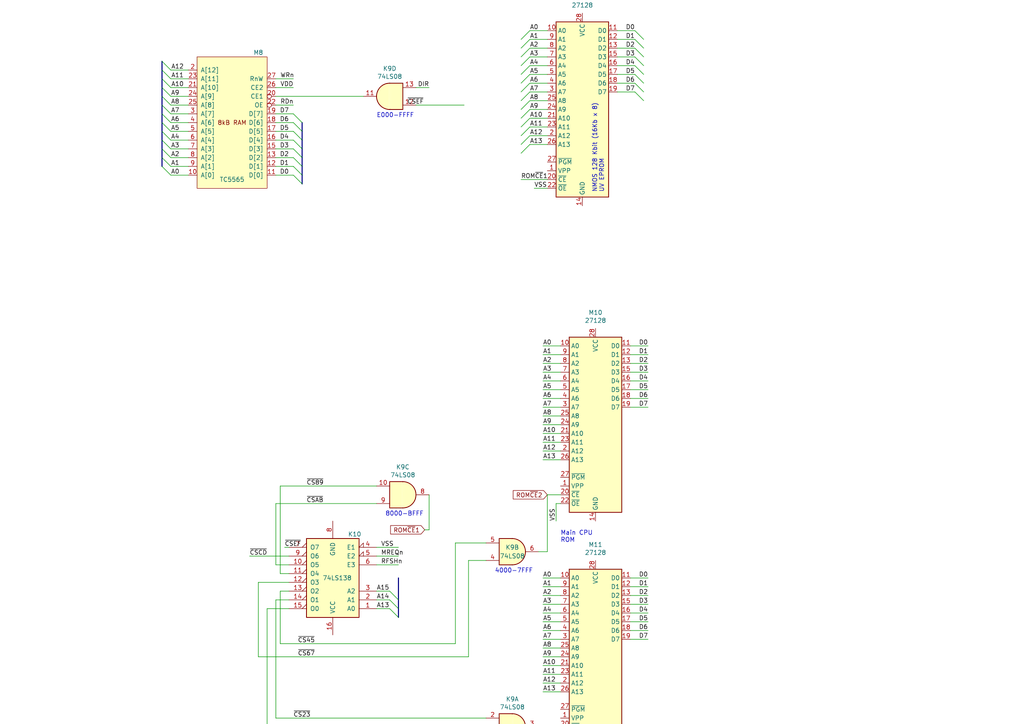
<source format=kicad_sch>
(kicad_sch (version 20211123) (generator eeschema)
  (paper "A4")
  (lib_symbols
    (symbol "74LS08_2" (pin_names (offset 1.016))
      (property "Reference" "U" (at 0 1.27 0))
      (property "Value" "74LS08_2" (at 0 -1.27 0))
      (symbol "74LS08_2_1_1"
        (arc (start 0 -3.81) (mid 3.81 0) (end 0 3.81) (stroke (width 0.254)) (fill (type background)))
        (polyline (pts (xy 0 3.81) (xy -3.81 3.81) (xy -3.81 -3.81) (xy 0 -3.81)) (stroke (width 0.254)) (fill (type background)))
        (pin input line (at -7.62 2.54 0) (length 3.81) (name "~") (number "1"))
        (pin input line (at -7.62 -2.54 0) (length 3.81) (name "~") (number "2"))
        (pin output line (at 7.62 0 180) (length 3.81) (name "~") (number "3"))
      )
      (symbol "74LS08_2_1_2"
        (arc (start -3.81 -3.81) (mid -2.589 0) (end -3.81 3.81) (stroke (width 0.254)))
        (arc (start -0.6096 -3.81) (mid 2.1842 -2.5851) (end 3.81 0) (stroke (width 0.254)) (fill (type background)))
        (polyline (pts (xy -3.81 -3.81) (xy -0.635 -3.81)) (stroke (width 0.254)) (fill (type background)))
        (polyline (pts (xy -3.81 3.81) (xy -0.635 3.81)) (stroke (width 0.254)) (fill (type background)))
        (polyline (pts (xy -0.635 3.81) (xy -3.81 3.81) (xy -3.81 3.81) (xy -3.556 3.4036) (xy -3.0226 2.2606) (xy -2.6924 1.0414) (xy -2.6162 -0.254) (xy -2.7686 -1.4986) (xy -3.175 -2.7178) (xy -3.81 -3.81) (xy -3.81 -3.81) (xy -0.635 -3.81)) (stroke (width -25.4)) (fill (type background)))
        (arc (start 3.81 0) (mid 2.1915 2.5936) (end -0.6096 3.81) (stroke (width 0.254)) (fill (type background)))
        (pin input inverted (at -7.62 2.54 0) (length 4.318) (name "~") (number "1"))
        (pin input inverted (at -7.62 -2.54 0) (length 4.318) (name "~") (number "2"))
        (pin output inverted (at 7.62 0 180) (length 3.81) (name "~") (number "3"))
      )
      (symbol "74LS08_2_2_1"
        (arc (start 0 -3.81) (mid 3.81 0) (end 0 3.81) (stroke (width 0.254)) (fill (type background)))
        (polyline (pts (xy 0 3.81) (xy -3.81 3.81) (xy -3.81 -3.81) (xy 0 -3.81)) (stroke (width 0.254)) (fill (type background)))
        (pin input line (at -7.62 2.54 0) (length 3.81) (name "~") (number "4"))
        (pin input line (at -7.62 -2.54 0) (length 3.81) (name "~") (number "5"))
        (pin output line (at 7.62 0 180) (length 3.81) (name "~") (number "6"))
      )
      (symbol "74LS08_2_2_2"
        (arc (start -3.81 -3.81) (mid -2.589 0) (end -3.81 3.81) (stroke (width 0.254)))
        (arc (start -0.6096 -3.81) (mid 2.1842 -2.5851) (end 3.81 0) (stroke (width 0.254)) (fill (type background)))
        (polyline (pts (xy -3.81 -3.81) (xy -0.635 -3.81)) (stroke (width 0.254)) (fill (type background)))
        (polyline (pts (xy -3.81 3.81) (xy -0.635 3.81)) (stroke (width 0.254)) (fill (type background)))
        (polyline (pts (xy -0.635 3.81) (xy -3.81 3.81) (xy -3.81 3.81) (xy -3.556 3.4036) (xy -3.0226 2.2606) (xy -2.6924 1.0414) (xy -2.6162 -0.254) (xy -2.7686 -1.4986) (xy -3.175 -2.7178) (xy -3.81 -3.81) (xy -3.81 -3.81) (xy -0.635 -3.81)) (stroke (width -25.4)) (fill (type background)))
        (arc (start 3.81 0) (mid 2.1915 2.5936) (end -0.6096 3.81) (stroke (width 0.254)) (fill (type background)))
        (pin input inverted (at -7.62 2.54 0) (length 4.318) (name "~") (number "4"))
        (pin input inverted (at -7.62 -2.54 0) (length 4.318) (name "~") (number "5"))
        (pin output inverted (at 7.62 0 180) (length 3.81) (name "~") (number "6"))
      )
      (symbol "74LS08_2_3_1"
        (arc (start 0 -3.81) (mid 3.81 0) (end 0 3.81) (stroke (width 0.254)) (fill (type background)))
        (polyline (pts (xy 0 3.81) (xy -3.81 3.81) (xy -3.81 -3.81) (xy 0 -3.81)) (stroke (width 0.254)) (fill (type background)))
        (pin input line (at -7.62 -2.54 0) (length 3.81) (name "~") (number "10"))
        (pin output line (at 7.62 0 180) (length 3.81) (name "~") (number "8"))
        (pin input line (at -7.62 2.54 0) (length 3.81) (name "~") (number "9"))
      )
      (symbol "74LS08_2_3_2"
        (arc (start -3.81 -3.81) (mid -2.589 0) (end -3.81 3.81) (stroke (width 0.254)))
        (arc (start -0.6096 -3.81) (mid 2.1842 -2.5851) (end 3.81 0) (stroke (width 0.254)) (fill (type background)))
        (polyline (pts (xy -3.81 -3.81) (xy -0.635 -3.81)) (stroke (width 0.254)) (fill (type background)))
        (polyline (pts (xy -3.81 3.81) (xy -0.635 3.81)) (stroke (width 0.254)) (fill (type background)))
        (polyline (pts (xy -0.635 3.81) (xy -3.81 3.81) (xy -3.81 3.81) (xy -3.556 3.4036) (xy -3.0226 2.2606) (xy -2.6924 1.0414) (xy -2.6162 -0.254) (xy -2.7686 -1.4986) (xy -3.175 -2.7178) (xy -3.81 -3.81) (xy -3.81 -3.81) (xy -0.635 -3.81)) (stroke (width -25.4)) (fill (type background)))
        (arc (start 3.81 0) (mid 2.1915 2.5936) (end -0.6096 3.81) (stroke (width 0.254)) (fill (type background)))
        (pin input inverted (at -7.62 -2.54 0) (length 4.318) (name "~") (number "10"))
        (pin output inverted (at 7.62 0 180) (length 3.81) (name "~") (number "8"))
        (pin input inverted (at -7.62 2.54 0) (length 4.318) (name "~") (number "9"))
      )
      (symbol "74LS08_2_4_1"
        (arc (start 0 -3.81) (mid 3.81 0) (end 0 3.81) (stroke (width 0.254)) (fill (type background)))
        (polyline (pts (xy 0 3.81) (xy -3.81 3.81) (xy -3.81 -3.81) (xy 0 -3.81)) (stroke (width 0.254)) (fill (type background)))
        (pin output line (at 7.62 0 180) (length 3.81) (name "~") (number "11"))
        (pin input line (at -7.62 2.54 0) (length 3.81) (name "~") (number "12"))
        (pin input line (at -7.62 -2.54 0) (length 3.81) (name "~") (number "13"))
      )
      (symbol "74LS08_2_4_2"
        (arc (start -3.81 -3.81) (mid -2.589 0) (end -3.81 3.81) (stroke (width 0.254)))
        (arc (start -0.6096 -3.81) (mid 2.1842 -2.5851) (end 3.81 0) (stroke (width 0.254)) (fill (type background)))
        (polyline (pts (xy -3.81 -3.81) (xy -0.635 -3.81)) (stroke (width 0.254)) (fill (type background)))
        (polyline (pts (xy -3.81 3.81) (xy -0.635 3.81)) (stroke (width 0.254)) (fill (type background)))
        (polyline (pts (xy -0.635 3.81) (xy -3.81 3.81) (xy -3.81 3.81) (xy -3.556 3.4036) (xy -3.0226 2.2606) (xy -2.6924 1.0414) (xy -2.6162 -0.254) (xy -2.7686 -1.4986) (xy -3.175 -2.7178) (xy -3.81 -3.81) (xy -3.81 -3.81) (xy -0.635 -3.81)) (stroke (width -25.4)) (fill (type background)))
        (arc (start 3.81 0) (mid 2.1915 2.5936) (end -0.6096 3.81) (stroke (width 0.254)) (fill (type background)))
        (pin output inverted (at 7.62 0 180) (length 3.81) (name "~") (number "11"))
        (pin input inverted (at -7.62 2.54 0) (length 4.318) (name "~") (number "12"))
        (pin input inverted (at -7.62 -2.54 0) (length 4.318) (name "~") (number "13"))
      )
      (symbol "74LS08_2_5_0"
        (pin power_in line (at 0 12.7 270) (length 5.08) (name "VCC") (number "14"))
        (pin power_in line (at 0 -12.7 90) (length 5.08) (name "GND") (number "7"))
      )
      (symbol "74LS08_2_5_1"
        (rectangle (start -5.08 7.62) (end 5.08 -7.62) (stroke (width 0.254)) (fill (type background)))
      )
    )
    (symbol "74LS08_3" (pin_names (offset 1.016))
      (property "Reference" "U" (at 0 1.27 0))
      (property "Value" "74LS08_3" (at 0 -1.27 0))
      (symbol "74LS08_3_1_1"
        (arc (start 0 -3.81) (mid 3.81 0) (end 0 3.81) (stroke (width 0.254)) (fill (type background)))
        (polyline (pts (xy 0 3.81) (xy -3.81 3.81) (xy -3.81 -3.81) (xy 0 -3.81)) (stroke (width 0.254)) (fill (type background)))
        (pin input line (at -7.62 2.54 0) (length 3.81) (name "~") (number "1"))
        (pin input line (at -7.62 -2.54 0) (length 3.81) (name "~") (number "2"))
        (pin output line (at 7.62 0 180) (length 3.81) (name "~") (number "3"))
      )
      (symbol "74LS08_3_1_2"
        (arc (start -3.81 -3.81) (mid -2.589 0) (end -3.81 3.81) (stroke (width 0.254)))
        (arc (start -0.6096 -3.81) (mid 2.1842 -2.5851) (end 3.81 0) (stroke (width 0.254)) (fill (type background)))
        (polyline (pts (xy -3.81 -3.81) (xy -0.635 -3.81)) (stroke (width 0.254)) (fill (type background)))
        (polyline (pts (xy -3.81 3.81) (xy -0.635 3.81)) (stroke (width 0.254)) (fill (type background)))
        (polyline (pts (xy -0.635 3.81) (xy -3.81 3.81) (xy -3.81 3.81) (xy -3.556 3.4036) (xy -3.0226 2.2606) (xy -2.6924 1.0414) (xy -2.6162 -0.254) (xy -2.7686 -1.4986) (xy -3.175 -2.7178) (xy -3.81 -3.81) (xy -3.81 -3.81) (xy -0.635 -3.81)) (stroke (width -25.4)) (fill (type background)))
        (arc (start 3.81 0) (mid 2.1915 2.5936) (end -0.6096 3.81) (stroke (width 0.254)) (fill (type background)))
        (pin input inverted (at -7.62 2.54 0) (length 4.318) (name "~") (number "1"))
        (pin input inverted (at -7.62 -2.54 0) (length 4.318) (name "~") (number "2"))
        (pin output inverted (at 7.62 0 180) (length 3.81) (name "~") (number "3"))
      )
      (symbol "74LS08_3_2_1"
        (arc (start 0 -3.81) (mid 3.81 0) (end 0 3.81) (stroke (width 0.254)) (fill (type background)))
        (polyline (pts (xy 0 3.81) (xy -3.81 3.81) (xy -3.81 -3.81) (xy 0 -3.81)) (stroke (width 0.254)) (fill (type background)))
        (pin input line (at -7.62 2.54 0) (length 3.81) (name "~") (number "4"))
        (pin input line (at -7.62 -2.54 0) (length 3.81) (name "~") (number "5"))
        (pin output line (at 7.62 0 180) (length 3.81) (name "~") (number "6"))
      )
      (symbol "74LS08_3_2_2"
        (arc (start -3.81 -3.81) (mid -2.589 0) (end -3.81 3.81) (stroke (width 0.254)))
        (arc (start -0.6096 -3.81) (mid 2.1842 -2.5851) (end 3.81 0) (stroke (width 0.254)) (fill (type background)))
        (polyline (pts (xy -3.81 -3.81) (xy -0.635 -3.81)) (stroke (width 0.254)) (fill (type background)))
        (polyline (pts (xy -3.81 3.81) (xy -0.635 3.81)) (stroke (width 0.254)) (fill (type background)))
        (polyline (pts (xy -0.635 3.81) (xy -3.81 3.81) (xy -3.81 3.81) (xy -3.556 3.4036) (xy -3.0226 2.2606) (xy -2.6924 1.0414) (xy -2.6162 -0.254) (xy -2.7686 -1.4986) (xy -3.175 -2.7178) (xy -3.81 -3.81) (xy -3.81 -3.81) (xy -0.635 -3.81)) (stroke (width -25.4)) (fill (type background)))
        (arc (start 3.81 0) (mid 2.1915 2.5936) (end -0.6096 3.81) (stroke (width 0.254)) (fill (type background)))
        (pin input inverted (at -7.62 2.54 0) (length 4.318) (name "~") (number "4"))
        (pin input inverted (at -7.62 -2.54 0) (length 4.318) (name "~") (number "5"))
        (pin output inverted (at 7.62 0 180) (length 3.81) (name "~") (number "6"))
      )
      (symbol "74LS08_3_3_1"
        (arc (start 0 -3.81) (mid 3.81 0) (end 0 3.81) (stroke (width 0.254)) (fill (type background)))
        (polyline (pts (xy 0 3.81) (xy -3.81 3.81) (xy -3.81 -3.81) (xy 0 -3.81)) (stroke (width 0.254)) (fill (type background)))
        (pin input line (at -7.62 -2.54 0) (length 3.81) (name "~") (number "10"))
        (pin output line (at 7.62 0 180) (length 3.81) (name "~") (number "8"))
        (pin input line (at -7.62 2.54 0) (length 3.81) (name "~") (number "9"))
      )
      (symbol "74LS08_3_3_2"
        (arc (start -3.81 -3.81) (mid -2.589 0) (end -3.81 3.81) (stroke (width 0.254)))
        (arc (start -0.6096 -3.81) (mid 2.1842 -2.5851) (end 3.81 0) (stroke (width 0.254)) (fill (type background)))
        (polyline (pts (xy -3.81 -3.81) (xy -0.635 -3.81)) (stroke (width 0.254)) (fill (type background)))
        (polyline (pts (xy -3.81 3.81) (xy -0.635 3.81)) (stroke (width 0.254)) (fill (type background)))
        (polyline (pts (xy -0.635 3.81) (xy -3.81 3.81) (xy -3.81 3.81) (xy -3.556 3.4036) (xy -3.0226 2.2606) (xy -2.6924 1.0414) (xy -2.6162 -0.254) (xy -2.7686 -1.4986) (xy -3.175 -2.7178) (xy -3.81 -3.81) (xy -3.81 -3.81) (xy -0.635 -3.81)) (stroke (width -25.4)) (fill (type background)))
        (arc (start 3.81 0) (mid 2.1915 2.5936) (end -0.6096 3.81) (stroke (width 0.254)) (fill (type background)))
        (pin input inverted (at -7.62 -2.54 0) (length 4.318) (name "~") (number "10"))
        (pin output inverted (at 7.62 0 180) (length 3.81) (name "~") (number "8"))
        (pin input inverted (at -7.62 2.54 0) (length 4.318) (name "~") (number "9"))
      )
      (symbol "74LS08_3_4_1"
        (arc (start 0 -3.81) (mid 3.81 0) (end 0 3.81) (stroke (width 0.254)) (fill (type background)))
        (polyline (pts (xy 0 3.81) (xy -3.81 3.81) (xy -3.81 -3.81) (xy 0 -3.81)) (stroke (width 0.254)) (fill (type background)))
        (pin output line (at 7.62 0 180) (length 3.81) (name "~") (number "11"))
        (pin input line (at -7.62 2.54 0) (length 3.81) (name "~") (number "12"))
        (pin input line (at -7.62 -2.54 0) (length 3.81) (name "~") (number "13"))
      )
      (symbol "74LS08_3_4_2"
        (arc (start -3.81 -3.81) (mid -2.589 0) (end -3.81 3.81) (stroke (width 0.254)))
        (arc (start -0.6096 -3.81) (mid 2.1842 -2.5851) (end 3.81 0) (stroke (width 0.254)) (fill (type background)))
        (polyline (pts (xy -3.81 -3.81) (xy -0.635 -3.81)) (stroke (width 0.254)) (fill (type background)))
        (polyline (pts (xy -3.81 3.81) (xy -0.635 3.81)) (stroke (width 0.254)) (fill (type background)))
        (polyline (pts (xy -0.635 3.81) (xy -3.81 3.81) (xy -3.81 3.81) (xy -3.556 3.4036) (xy -3.0226 2.2606) (xy -2.6924 1.0414) (xy -2.6162 -0.254) (xy -2.7686 -1.4986) (xy -3.175 -2.7178) (xy -3.81 -3.81) (xy -3.81 -3.81) (xy -0.635 -3.81)) (stroke (width -25.4)) (fill (type background)))
        (arc (start 3.81 0) (mid 2.1915 2.5936) (end -0.6096 3.81) (stroke (width 0.254)) (fill (type background)))
        (pin output inverted (at 7.62 0 180) (length 3.81) (name "~") (number "11"))
        (pin input inverted (at -7.62 2.54 0) (length 4.318) (name "~") (number "12"))
        (pin input inverted (at -7.62 -2.54 0) (length 4.318) (name "~") (number "13"))
      )
      (symbol "74LS08_3_5_0"
        (pin power_in line (at 0 12.7 270) (length 5.08) (name "VCC") (number "14"))
        (pin power_in line (at 0 -12.7 90) (length 5.08) (name "GND") (number "7"))
      )
      (symbol "74LS08_3_5_1"
        (rectangle (start -5.08 7.62) (end 5.08 -7.62) (stroke (width 0.254)) (fill (type background)))
      )
    )
    (symbol "74LS08_4" (pin_names (offset 1.016))
      (property "Reference" "U" (at 0 1.27 0))
      (property "Value" "74LS08_4" (at 0 -1.27 0))
      (symbol "74LS08_4_1_1"
        (arc (start 0 -3.81) (mid 3.81 0) (end 0 3.81) (stroke (width 0.254)) (fill (type background)))
        (polyline (pts (xy 0 3.81) (xy -3.81 3.81) (xy -3.81 -3.81) (xy 0 -3.81)) (stroke (width 0.254)) (fill (type background)))
        (pin input line (at -7.62 2.54 0) (length 3.81) (name "~") (number "1"))
        (pin input line (at -7.62 -2.54 0) (length 3.81) (name "~") (number "2"))
        (pin output line (at 7.62 0 180) (length 3.81) (name "~") (number "3"))
      )
      (symbol "74LS08_4_1_2"
        (arc (start -3.81 -3.81) (mid -2.589 0) (end -3.81 3.81) (stroke (width 0.254)))
        (arc (start -0.6096 -3.81) (mid 2.1842 -2.5851) (end 3.81 0) (stroke (width 0.254)) (fill (type background)))
        (polyline (pts (xy -3.81 -3.81) (xy -0.635 -3.81)) (stroke (width 0.254)) (fill (type background)))
        (polyline (pts (xy -3.81 3.81) (xy -0.635 3.81)) (stroke (width 0.254)) (fill (type background)))
        (polyline (pts (xy -0.635 3.81) (xy -3.81 3.81) (xy -3.81 3.81) (xy -3.556 3.4036) (xy -3.0226 2.2606) (xy -2.6924 1.0414) (xy -2.6162 -0.254) (xy -2.7686 -1.4986) (xy -3.175 -2.7178) (xy -3.81 -3.81) (xy -3.81 -3.81) (xy -0.635 -3.81)) (stroke (width -25.4)) (fill (type background)))
        (arc (start 3.81 0) (mid 2.1915 2.5936) (end -0.6096 3.81) (stroke (width 0.254)) (fill (type background)))
        (pin input inverted (at -7.62 2.54 0) (length 4.318) (name "~") (number "1"))
        (pin input inverted (at -7.62 -2.54 0) (length 4.318) (name "~") (number "2"))
        (pin output inverted (at 7.62 0 180) (length 3.81) (name "~") (number "3"))
      )
      (symbol "74LS08_4_2_1"
        (arc (start 0 -3.81) (mid 3.81 0) (end 0 3.81) (stroke (width 0.254)) (fill (type background)))
        (polyline (pts (xy 0 3.81) (xy -3.81 3.81) (xy -3.81 -3.81) (xy 0 -3.81)) (stroke (width 0.254)) (fill (type background)))
        (pin input line (at -7.62 2.54 0) (length 3.81) (name "~") (number "4"))
        (pin input line (at -7.62 -2.54 0) (length 3.81) (name "~") (number "5"))
        (pin output line (at 7.62 0 180) (length 3.81) (name "~") (number "6"))
      )
      (symbol "74LS08_4_2_2"
        (arc (start -3.81 -3.81) (mid -2.589 0) (end -3.81 3.81) (stroke (width 0.254)))
        (arc (start -0.6096 -3.81) (mid 2.1842 -2.5851) (end 3.81 0) (stroke (width 0.254)) (fill (type background)))
        (polyline (pts (xy -3.81 -3.81) (xy -0.635 -3.81)) (stroke (width 0.254)) (fill (type background)))
        (polyline (pts (xy -3.81 3.81) (xy -0.635 3.81)) (stroke (width 0.254)) (fill (type background)))
        (polyline (pts (xy -0.635 3.81) (xy -3.81 3.81) (xy -3.81 3.81) (xy -3.556 3.4036) (xy -3.0226 2.2606) (xy -2.6924 1.0414) (xy -2.6162 -0.254) (xy -2.7686 -1.4986) (xy -3.175 -2.7178) (xy -3.81 -3.81) (xy -3.81 -3.81) (xy -0.635 -3.81)) (stroke (width -25.4)) (fill (type background)))
        (arc (start 3.81 0) (mid 2.1915 2.5936) (end -0.6096 3.81) (stroke (width 0.254)) (fill (type background)))
        (pin input inverted (at -7.62 2.54 0) (length 4.318) (name "~") (number "4"))
        (pin input inverted (at -7.62 -2.54 0) (length 4.318) (name "~") (number "5"))
        (pin output inverted (at 7.62 0 180) (length 3.81) (name "~") (number "6"))
      )
      (symbol "74LS08_4_3_1"
        (arc (start 0 -3.81) (mid 3.81 0) (end 0 3.81) (stroke (width 0.254)) (fill (type background)))
        (polyline (pts (xy 0 3.81) (xy -3.81 3.81) (xy -3.81 -3.81) (xy 0 -3.81)) (stroke (width 0.254)) (fill (type background)))
        (pin input line (at -7.62 -2.54 0) (length 3.81) (name "~") (number "10"))
        (pin output line (at 7.62 0 180) (length 3.81) (name "~") (number "8"))
        (pin input line (at -7.62 2.54 0) (length 3.81) (name "~") (number "9"))
      )
      (symbol "74LS08_4_3_2"
        (arc (start -3.81 -3.81) (mid -2.589 0) (end -3.81 3.81) (stroke (width 0.254)))
        (arc (start -0.6096 -3.81) (mid 2.1842 -2.5851) (end 3.81 0) (stroke (width 0.254)) (fill (type background)))
        (polyline (pts (xy -3.81 -3.81) (xy -0.635 -3.81)) (stroke (width 0.254)) (fill (type background)))
        (polyline (pts (xy -3.81 3.81) (xy -0.635 3.81)) (stroke (width 0.254)) (fill (type background)))
        (polyline (pts (xy -0.635 3.81) (xy -3.81 3.81) (xy -3.81 3.81) (xy -3.556 3.4036) (xy -3.0226 2.2606) (xy -2.6924 1.0414) (xy -2.6162 -0.254) (xy -2.7686 -1.4986) (xy -3.175 -2.7178) (xy -3.81 -3.81) (xy -3.81 -3.81) (xy -0.635 -3.81)) (stroke (width -25.4)) (fill (type background)))
        (arc (start 3.81 0) (mid 2.1915 2.5936) (end -0.6096 3.81) (stroke (width 0.254)) (fill (type background)))
        (pin input inverted (at -7.62 -2.54 0) (length 4.318) (name "~") (number "10"))
        (pin output inverted (at 7.62 0 180) (length 3.81) (name "~") (number "8"))
        (pin input inverted (at -7.62 2.54 0) (length 4.318) (name "~") (number "9"))
      )
      (symbol "74LS08_4_4_1"
        (arc (start 0 -3.81) (mid 3.81 0) (end 0 3.81) (stroke (width 0.254)) (fill (type background)))
        (polyline (pts (xy 0 3.81) (xy -3.81 3.81) (xy -3.81 -3.81) (xy 0 -3.81)) (stroke (width 0.254)) (fill (type background)))
        (pin output line (at 7.62 0 180) (length 3.81) (name "~") (number "11"))
        (pin input line (at -7.62 2.54 0) (length 3.81) (name "~") (number "12"))
        (pin input line (at -7.62 -2.54 0) (length 3.81) (name "~") (number "13"))
      )
      (symbol "74LS08_4_4_2"
        (arc (start -3.81 -3.81) (mid -2.589 0) (end -3.81 3.81) (stroke (width 0.254)))
        (arc (start -0.6096 -3.81) (mid 2.1842 -2.5851) (end 3.81 0) (stroke (width 0.254)) (fill (type background)))
        (polyline (pts (xy -3.81 -3.81) (xy -0.635 -3.81)) (stroke (width 0.254)) (fill (type background)))
        (polyline (pts (xy -3.81 3.81) (xy -0.635 3.81)) (stroke (width 0.254)) (fill (type background)))
        (polyline (pts (xy -0.635 3.81) (xy -3.81 3.81) (xy -3.81 3.81) (xy -3.556 3.4036) (xy -3.0226 2.2606) (xy -2.6924 1.0414) (xy -2.6162 -0.254) (xy -2.7686 -1.4986) (xy -3.175 -2.7178) (xy -3.81 -3.81) (xy -3.81 -3.81) (xy -0.635 -3.81)) (stroke (width -25.4)) (fill (type background)))
        (arc (start 3.81 0) (mid 2.1915 2.5936) (end -0.6096 3.81) (stroke (width 0.254)) (fill (type background)))
        (pin output inverted (at 7.62 0 180) (length 3.81) (name "~") (number "11"))
        (pin input inverted (at -7.62 2.54 0) (length 4.318) (name "~") (number "12"))
        (pin input inverted (at -7.62 -2.54 0) (length 4.318) (name "~") (number "13"))
      )
      (symbol "74LS08_4_5_0"
        (pin power_in line (at 0 12.7 270) (length 5.08) (name "VCC") (number "14"))
        (pin power_in line (at 0 -12.7 90) (length 5.08) (name "GND") (number "7"))
      )
      (symbol "74LS08_4_5_1"
        (rectangle (start -5.08 7.62) (end 5.08 -7.62) (stroke (width 0.254)) (fill (type background)))
      )
    )
    (symbol "74xx:74LS08" (pin_names (offset 1.016))
      (property "Reference" "U" (at 0 1.27 0))
      (property "Value" "74LS08" (at 0 -1.27 0))
      (symbol "74LS08_1_1"
        (arc (start 0 -3.81) (mid 3.81 0) (end 0 3.81) (stroke (width 0.254)) (fill (type background)))
        (polyline (pts (xy 0 3.81) (xy -3.81 3.81) (xy -3.81 -3.81) (xy 0 -3.81)) (stroke (width 0.254)) (fill (type background)))
        (pin input line (at -7.62 2.54 0) (length 3.81) (name "~") (number "1"))
        (pin input line (at -7.62 -2.54 0) (length 3.81) (name "~") (number "2"))
        (pin output line (at 7.62 0 180) (length 3.81) (name "~") (number "3"))
      )
      (symbol "74LS08_1_2"
        (arc (start -3.81 -3.81) (mid -2.589 0) (end -3.81 3.81) (stroke (width 0.254)))
        (arc (start -0.6096 -3.81) (mid 2.1842 -2.5851) (end 3.81 0) (stroke (width 0.254)) (fill (type background)))
        (polyline (pts (xy -3.81 -3.81) (xy -0.635 -3.81)) (stroke (width 0.254)) (fill (type background)))
        (polyline (pts (xy -3.81 3.81) (xy -0.635 3.81)) (stroke (width 0.254)) (fill (type background)))
        (polyline (pts (xy -0.635 3.81) (xy -3.81 3.81) (xy -3.81 3.81) (xy -3.556 3.4036) (xy -3.0226 2.2606) (xy -2.6924 1.0414) (xy -2.6162 -0.254) (xy -2.7686 -1.4986) (xy -3.175 -2.7178) (xy -3.81 -3.81) (xy -3.81 -3.81) (xy -0.635 -3.81)) (stroke (width -25.4)) (fill (type background)))
        (arc (start 3.81 0) (mid 2.1915 2.5936) (end -0.6096 3.81) (stroke (width 0.254)) (fill (type background)))
        (pin input inverted (at -7.62 2.54 0) (length 4.318) (name "~") (number "1"))
        (pin input inverted (at -7.62 -2.54 0) (length 4.318) (name "~") (number "2"))
        (pin output inverted (at 7.62 0 180) (length 3.81) (name "~") (number "3"))
      )
      (symbol "74LS08_2_1"
        (arc (start 0 -3.81) (mid 3.81 0) (end 0 3.81) (stroke (width 0.254)) (fill (type background)))
        (polyline (pts (xy 0 3.81) (xy -3.81 3.81) (xy -3.81 -3.81) (xy 0 -3.81)) (stroke (width 0.254)) (fill (type background)))
        (pin input line (at -7.62 2.54 0) (length 3.81) (name "~") (number "4"))
        (pin input line (at -7.62 -2.54 0) (length 3.81) (name "~") (number "5"))
        (pin output line (at 7.62 0 180) (length 3.81) (name "~") (number "6"))
      )
      (symbol "74LS08_2_2"
        (arc (start -3.81 -3.81) (mid -2.589 0) (end -3.81 3.81) (stroke (width 0.254)))
        (arc (start -0.6096 -3.81) (mid 2.1842 -2.5851) (end 3.81 0) (stroke (width 0.254)) (fill (type background)))
        (polyline (pts (xy -3.81 -3.81) (xy -0.635 -3.81)) (stroke (width 0.254)) (fill (type background)))
        (polyline (pts (xy -3.81 3.81) (xy -0.635 3.81)) (stroke (width 0.254)) (fill (type background)))
        (polyline (pts (xy -0.635 3.81) (xy -3.81 3.81) (xy -3.81 3.81) (xy -3.556 3.4036) (xy -3.0226 2.2606) (xy -2.6924 1.0414) (xy -2.6162 -0.254) (xy -2.7686 -1.4986) (xy -3.175 -2.7178) (xy -3.81 -3.81) (xy -3.81 -3.81) (xy -0.635 -3.81)) (stroke (width -25.4)) (fill (type background)))
        (arc (start 3.81 0) (mid 2.1915 2.5936) (end -0.6096 3.81) (stroke (width 0.254)) (fill (type background)))
        (pin input inverted (at -7.62 2.54 0) (length 4.318) (name "~") (number "4"))
        (pin input inverted (at -7.62 -2.54 0) (length 4.318) (name "~") (number "5"))
        (pin output inverted (at 7.62 0 180) (length 3.81) (name "~") (number "6"))
      )
      (symbol "74LS08_3_1"
        (arc (start 0 -3.81) (mid 3.81 0) (end 0 3.81) (stroke (width 0.254)) (fill (type background)))
        (polyline (pts (xy 0 3.81) (xy -3.81 3.81) (xy -3.81 -3.81) (xy 0 -3.81)) (stroke (width 0.254)) (fill (type background)))
        (pin input line (at -7.62 -2.54 0) (length 3.81) (name "~") (number "10"))
        (pin output line (at 7.62 0 180) (length 3.81) (name "~") (number "8"))
        (pin input line (at -7.62 2.54 0) (length 3.81) (name "~") (number "9"))
      )
      (symbol "74LS08_3_2"
        (arc (start -3.81 -3.81) (mid -2.589 0) (end -3.81 3.81) (stroke (width 0.254)))
        (arc (start -0.6096 -3.81) (mid 2.1842 -2.5851) (end 3.81 0) (stroke (width 0.254)) (fill (type background)))
        (polyline (pts (xy -3.81 -3.81) (xy -0.635 -3.81)) (stroke (width 0.254)) (fill (type background)))
        (polyline (pts (xy -3.81 3.81) (xy -0.635 3.81)) (stroke (width 0.254)) (fill (type background)))
        (polyline (pts (xy -0.635 3.81) (xy -3.81 3.81) (xy -3.81 3.81) (xy -3.556 3.4036) (xy -3.0226 2.2606) (xy -2.6924 1.0414) (xy -2.6162 -0.254) (xy -2.7686 -1.4986) (xy -3.175 -2.7178) (xy -3.81 -3.81) (xy -3.81 -3.81) (xy -0.635 -3.81)) (stroke (width -25.4)) (fill (type background)))
        (arc (start 3.81 0) (mid 2.1915 2.5936) (end -0.6096 3.81) (stroke (width 0.254)) (fill (type background)))
        (pin input inverted (at -7.62 -2.54 0) (length 4.318) (name "~") (number "10"))
        (pin output inverted (at 7.62 0 180) (length 3.81) (name "~") (number "8"))
        (pin input inverted (at -7.62 2.54 0) (length 4.318) (name "~") (number "9"))
      )
      (symbol "74LS08_4_1"
        (arc (start 0 -3.81) (mid 3.81 0) (end 0 3.81) (stroke (width 0.254)) (fill (type background)))
        (polyline (pts (xy 0 3.81) (xy -3.81 3.81) (xy -3.81 -3.81) (xy 0 -3.81)) (stroke (width 0.254)) (fill (type background)))
        (pin output line (at 7.62 0 180) (length 3.81) (name "~") (number "11"))
        (pin input line (at -7.62 2.54 0) (length 3.81) (name "~") (number "12"))
        (pin input line (at -7.62 -2.54 0) (length 3.81) (name "~") (number "13"))
      )
      (symbol "74LS08_4_2"
        (arc (start -3.81 -3.81) (mid -2.589 0) (end -3.81 3.81) (stroke (width 0.254)))
        (arc (start -0.6096 -3.81) (mid 2.1842 -2.5851) (end 3.81 0) (stroke (width 0.254)) (fill (type background)))
        (polyline (pts (xy -3.81 -3.81) (xy -0.635 -3.81)) (stroke (width 0.254)) (fill (type background)))
        (polyline (pts (xy -3.81 3.81) (xy -0.635 3.81)) (stroke (width 0.254)) (fill (type background)))
        (polyline (pts (xy -0.635 3.81) (xy -3.81 3.81) (xy -3.81 3.81) (xy -3.556 3.4036) (xy -3.0226 2.2606) (xy -2.6924 1.0414) (xy -2.6162 -0.254) (xy -2.7686 -1.4986) (xy -3.175 -2.7178) (xy -3.81 -3.81) (xy -3.81 -3.81) (xy -0.635 -3.81)) (stroke (width -25.4)) (fill (type background)))
        (arc (start 3.81 0) (mid 2.1915 2.5936) (end -0.6096 3.81) (stroke (width 0.254)) (fill (type background)))
        (pin output inverted (at 7.62 0 180) (length 3.81) (name "~") (number "11"))
        (pin input inverted (at -7.62 2.54 0) (length 4.318) (name "~") (number "12"))
        (pin input inverted (at -7.62 -2.54 0) (length 4.318) (name "~") (number "13"))
      )
      (symbol "74LS08_5_0"
        (pin power_in line (at 0 12.7 270) (length 5.08) (name "VCC") (number "14"))
        (pin power_in line (at 0 -12.7 90) (length 5.08) (name "GND") (number "7"))
      )
      (symbol "74LS08_5_1"
        (rectangle (start -5.08 7.62) (end 5.08 -7.62) (stroke (width 0.254)) (fill (type background)))
      )
    )
    (symbol "74xx:74LS138" (pin_names (offset 1.016))
      (property "Reference" "U" (at -7.62 11.43 0))
      (property "Value" "74LS138" (at -7.62 -13.97 0))
      (symbol "74LS138_1_0"
        (pin input line (at -12.7 7.62 0) (length 5.08) (name "A0") (number "1"))
        (pin output output_low (at 12.7 -5.08 180) (length 5.08) (name "O5") (number "10"))
        (pin output output_low (at 12.7 -2.54 180) (length 5.08) (name "O4") (number "11"))
        (pin output output_low (at 12.7 0 180) (length 5.08) (name "O3") (number "12"))
        (pin output output_low (at 12.7 2.54 180) (length 5.08) (name "O2") (number "13"))
        (pin output output_low (at 12.7 5.08 180) (length 5.08) (name "O1") (number "14"))
        (pin output output_low (at 12.7 7.62 180) (length 5.08) (name "O0") (number "15"))
        (pin power_in line (at 0 15.24 270) (length 5.08) (name "VCC") (number "16"))
        (pin input line (at -12.7 5.08 0) (length 5.08) (name "A1") (number "2"))
        (pin input line (at -12.7 2.54 0) (length 5.08) (name "A2") (number "3"))
        (pin input input_low (at -12.7 -10.16 0) (length 5.08) (name "E1") (number "4"))
        (pin input input_low (at -12.7 -7.62 0) (length 5.08) (name "E2") (number "5"))
        (pin input line (at -12.7 -5.08 0) (length 5.08) (name "E3") (number "6"))
        (pin output output_low (at 12.7 -10.16 180) (length 5.08) (name "O7") (number "7"))
        (pin power_in line (at 0 -17.78 90) (length 5.08) (name "GND") (number "8"))
        (pin output output_low (at 12.7 -7.62 180) (length 5.08) (name "O6") (number "9"))
      )
      (symbol "74LS138_1_1"
        (rectangle (start -7.62 10.16) (end 7.62 -12.7) (stroke (width 0.254)) (fill (type background)))
      )
    )
    (symbol "Memory_EPROM:27128"
      (property "Reference" "U" (at -7.62 26.67 0))
      (property "Value" "27128" (at 2.54 -26.67 0))
      (symbol "27128_1_1"
        (rectangle (start -7.62 25.4) (end 7.62 -25.4) (stroke (width 0.254)) (fill (type background)))
        (pin input line (at -10.16 -17.78 0) (length 2.54) (name "VPP") (number "1"))
        (pin input line (at -10.16 22.86 0) (length 2.54) (name "A0") (number "10"))
        (pin tri_state line (at 10.16 22.86 180) (length 2.54) (name "D0") (number "11"))
        (pin tri_state line (at 10.16 20.32 180) (length 2.54) (name "D1") (number "12"))
        (pin tri_state line (at 10.16 17.78 180) (length 2.54) (name "D2") (number "13"))
        (pin power_in line (at 0 -27.94 90) (length 2.54) (name "GND") (number "14"))
        (pin tri_state line (at 10.16 15.24 180) (length 2.54) (name "D3") (number "15"))
        (pin tri_state line (at 10.16 12.7 180) (length 2.54) (name "D4") (number "16"))
        (pin tri_state line (at 10.16 10.16 180) (length 2.54) (name "D5") (number "17"))
        (pin tri_state line (at 10.16 7.62 180) (length 2.54) (name "D6") (number "18"))
        (pin tri_state line (at 10.16 5.08 180) (length 2.54) (name "D7") (number "19"))
        (pin input line (at -10.16 -7.62 0) (length 2.54) (name "A12") (number "2"))
        (pin input line (at -10.16 -20.32 0) (length 2.54) (name "~{CE}") (number "20"))
        (pin input line (at -10.16 -2.54 0) (length 2.54) (name "A10") (number "21"))
        (pin input line (at -10.16 -22.86 0) (length 2.54) (name "~{OE}") (number "22"))
        (pin input line (at -10.16 -5.08 0) (length 2.54) (name "A11") (number "23"))
        (pin input line (at -10.16 0 0) (length 2.54) (name "A9") (number "24"))
        (pin input line (at -10.16 2.54 0) (length 2.54) (name "A8") (number "25"))
        (pin input line (at -10.16 -10.16 0) (length 2.54) (name "A13") (number "26"))
        (pin input line (at -10.16 -15.24 0) (length 2.54) (name "~{PGM}") (number "27"))
        (pin power_in line (at 0 27.94 270) (length 2.54) (name "VCC") (number "28"))
        (pin input line (at -10.16 5.08 0) (length 2.54) (name "A7") (number "3"))
        (pin input line (at -10.16 7.62 0) (length 2.54) (name "A6") (number "4"))
        (pin input line (at -10.16 10.16 0) (length 2.54) (name "A5") (number "5"))
        (pin input line (at -10.16 12.7 0) (length 2.54) (name "A4") (number "6"))
        (pin input line (at -10.16 15.24 0) (length 2.54) (name "A3") (number "7"))
        (pin input line (at -10.16 17.78 0) (length 2.54) (name "A2") (number "8"))
        (pin input line (at -10.16 20.32 0) (length 2.54) (name "A1") (number "9"))
      )
    )
    (symbol "toshiba:TC5565" (pin_names (offset 1.016))
      (property "Reference" "U" (at 5.08 20.32 0))
      (property "Value" "TC5565" (at 0 -13.97 0))
      (symbol "TC5565_0_0"
        (text "8kB RAM" (at 0 0 0) (effects (font (size 1.27 1.27))))
      )
      (symbol "TC5565_0_1"
        (rectangle (start -10.16 19.05) (end 10.16 -19.05) (fill (type background)))
      )
      (symbol "TC5565_1_1"
        (pin input line (at -12.7 -15.24 0) (length 2.54) (name "A[0]") (number "10"))
        (pin bidirectional line (at 12.7 -15.24 180) (length 2.54) (name "D[0]") (number "11"))
        (pin bidirectional line (at 12.7 -12.7 180) (length 2.54) (name "D[1]") (number "12"))
        (pin bidirectional line (at 12.7 -10.16 180) (length 2.54) (name "D[2]") (number "13"))
        (pin bidirectional line (at 12.7 -7.62 180) (length 2.54) (name "D[3]") (number "15"))
        (pin bidirectional line (at 12.7 -5.08 180) (length 2.54) (name "D[4]") (number "16"))
        (pin bidirectional line (at 12.7 -2.54 180) (length 2.54) (name "D[5]") (number "17"))
        (pin bidirectional line (at 12.7 0 180) (length 2.54) (name "D[6]") (number "18"))
        (pin bidirectional line (at 12.7 2.54 180) (length 2.54) (name "D[7]") (number "19"))
        (pin input line (at -12.7 15.24 0) (length 2.54) (name "A[12]") (number "2"))
        (pin input inverted (at 12.7 7.62 180) (length 2.54) (name "CE1") (number "20"))
        (pin input line (at -12.7 10.16 0) (length 2.54) (name "A[10]") (number "21"))
        (pin input inverted (at 12.7 5.08 180) (length 2.54) (name "OE") (number "22"))
        (pin input line (at -12.7 12.7 0) (length 2.54) (name "A[11]") (number "23"))
        (pin input line (at -12.7 7.62 0) (length 2.54) (name "A[9]") (number "24"))
        (pin input line (at -12.7 5.08 0) (length 2.54) (name "A[8]") (number "25"))
        (pin input line (at 12.7 10.16 180) (length 2.54) (name "CE2") (number "26"))
        (pin input line (at 12.7 12.7 180) (length 2.54) (name "RnW") (number "27"))
        (pin input line (at -12.7 2.54 0) (length 2.54) (name "A[7]") (number "3"))
        (pin input line (at -12.7 0 0) (length 2.54) (name "A[6]") (number "4"))
        (pin input line (at -12.7 -2.54 0) (length 2.54) (name "A[5]") (number "5"))
        (pin input line (at -12.7 -5.08 0) (length 2.54) (name "A[4]") (number "6"))
        (pin input line (at -12.7 -7.62 0) (length 2.54) (name "A[3]") (number "7"))
        (pin input line (at -12.7 -10.16 0) (length 2.54) (name "A[2]") (number "8"))
        (pin input line (at -12.7 -12.7 0) (length 2.54) (name "A[1]") (number "9"))
      )
    )
  )
  (bus_entry (at 151.13 26.67) (size 2.54 -2.54))
  (bus_entry (at 151.13 24.13) (size 2.54 -2.54))
  (bus_entry (at 46.99 17.78) (size 2.54 2.54))
  (bus_entry (at 46.99 40.64) (size 2.54 2.54))
  (bus_entry (at 151.13 36.83) (size 2.54 -2.54))
  (bus_entry (at 46.99 45.72) (size 2.54 2.54))
  (bus_entry (at 85.09 48.26) (size 2.54 2.54))
  (bus_entry (at 151.13 21.59) (size 2.54 -2.54))
  (bus_entry (at 151.13 29.21) (size 2.54 -2.54))
  (bus_entry (at 85.09 43.18) (size 2.54 2.54))
  (bus_entry (at 46.99 20.32) (size 2.54 2.54))
  (bus_entry (at 184.15 24.13) (size 2.54 2.54))
  (bus_entry (at 184.15 26.67) (size 2.54 2.54))
  (bus_entry (at 184.15 21.59) (size 2.54 2.54))
  (bus_entry (at 46.99 35.56) (size 2.54 2.54))
  (bus_entry (at 151.13 11.43) (size 2.54 -2.54))
  (bus_entry (at 113.03 176.53) (size 2.54 2.54))
  (bus_entry (at 113.03 171.45) (size 2.54 2.54))
  (bus_entry (at 151.13 16.51) (size 2.54 -2.54))
  (bus_entry (at 85.09 38.1) (size 2.54 2.54))
  (bus_entry (at 46.99 48.26) (size 2.54 2.54))
  (bus_entry (at 151.13 31.75) (size 2.54 -2.54))
  (bus_entry (at 85.09 45.72) (size 2.54 2.54))
  (bus_entry (at 184.15 16.51) (size 2.54 2.54))
  (bus_entry (at 85.09 50.8) (size 2.54 2.54))
  (bus_entry (at 85.09 35.56) (size 2.54 2.54))
  (bus_entry (at 46.99 27.94) (size 2.54 2.54))
  (bus_entry (at 46.99 33.02) (size 2.54 2.54))
  (bus_entry (at 151.13 39.37) (size 2.54 -2.54))
  (bus_entry (at 151.13 34.29) (size 2.54 -2.54))
  (bus_entry (at 184.15 19.05) (size 2.54 2.54))
  (bus_entry (at 85.09 40.64) (size 2.54 2.54))
  (bus_entry (at 151.13 13.97) (size 2.54 -2.54))
  (bus_entry (at 46.99 25.4) (size 2.54 2.54))
  (bus_entry (at 184.15 8.89) (size 2.54 2.54))
  (bus_entry (at 46.99 30.48) (size 2.54 2.54))
  (bus_entry (at 184.15 11.43) (size 2.54 2.54))
  (bus_entry (at 46.99 38.1) (size 2.54 2.54))
  (bus_entry (at 46.99 22.86) (size 2.54 2.54))
  (bus_entry (at 151.13 44.45) (size 2.54 -2.54))
  (bus_entry (at 113.03 173.99) (size 2.54 2.54))
  (bus_entry (at 85.09 33.02) (size 2.54 2.54))
  (bus_entry (at 151.13 19.05) (size 2.54 -2.54))
  (bus_entry (at 46.99 43.18) (size 2.54 2.54))
  (bus_entry (at 184.15 13.97) (size 2.54 2.54))
  (bus_entry (at 151.13 41.91) (size 2.54 -2.54))
  (wire (pts (xy 54.61 33.02) (xy 49.53 33.02)))
  (wire (pts (xy 80.01 146.05) (xy 80.01 163.83)))
  (wire (pts (xy 162.56 170.18) (xy 157.48 170.18)))
  (wire (pts (xy 81.28 171.45) (xy 81.28 186.69)))
  (wire (pts (xy 80.01 48.26) (xy 85.09 48.26)))
  (wire (pts (xy 182.88 177.8) (xy 187.96 177.8)))
  (wire (pts (xy 83.82 173.99) (xy 80.01 173.99)))
  (wire (pts (xy 158.75 29.21) (xy 153.67 29.21)))
  (wire (pts (xy 162.56 190.5) (xy 157.48 190.5)))
  (wire (pts (xy 124.46 153.67) (xy 123.19 153.67)))
  (wire (pts (xy 81.28 166.37) (xy 83.82 166.37)))
  (wire (pts (xy 158.75 13.97) (xy 153.67 13.97)))
  (wire (pts (xy 54.61 48.26) (xy 49.53 48.26)))
  (wire (pts (xy 109.22 173.99) (xy 113.03 173.99)))
  (wire (pts (xy 81.28 140.97) (xy 109.22 140.97)))
  (wire (pts (xy 179.07 24.13) (xy 184.15 24.13)))
  (wire (pts (xy 83.82 161.29) (xy 72.39 161.29)))
  (wire (pts (xy 162.56 187.96) (xy 157.48 187.96)))
  (wire (pts (xy 120.65 25.4) (xy 124.46 25.4)))
  (wire (pts (xy 158.75 19.05) (xy 153.67 19.05)))
  (wire (pts (xy 162.56 195.58) (xy 157.48 195.58)))
  (wire (pts (xy 162.56 167.64) (xy 157.48 167.64)))
  (wire (pts (xy 187.96 180.34) (xy 182.88 180.34)))
  (wire (pts (xy 109.22 161.29) (xy 115.57 161.29)))
  (wire (pts (xy 157.48 107.95) (xy 162.56 107.95)))
  (wire (pts (xy 158.75 24.13) (xy 153.67 24.13)))
  (wire (pts (xy 162.56 102.87) (xy 157.48 102.87)))
  (wire (pts (xy 162.56 200.66) (xy 157.48 200.66)))
  (wire (pts (xy 187.96 118.11) (xy 182.88 118.11)))
  (wire (pts (xy 162.56 118.11) (xy 157.48 118.11)))
  (wire (pts (xy 109.22 176.53) (xy 113.03 176.53)))
  (bus (pts (xy 115.57 167.64) (xy 115.57 173.99)))
  (wire (pts (xy 184.15 11.43) (xy 179.07 11.43)))
  (bus (pts (xy 87.63 50.8) (xy 87.63 53.34)))
  (wire (pts (xy 162.56 105.41) (xy 157.48 105.41)))
  (wire (pts (xy 153.67 16.51) (xy 158.75 16.51)))
  (bus (pts (xy 46.99 38.1) (xy 46.99 40.64)))
  (wire (pts (xy 135.89 162.56) (xy 140.97 162.56)))
  (wire (pts (xy 80.01 163.83) (xy 83.82 163.83)))
  (wire (pts (xy 80.01 25.4) (xy 85.09 25.4)))
  (wire (pts (xy 182.88 105.41) (xy 187.96 105.41)))
  (wire (pts (xy 162.56 128.27) (xy 157.48 128.27)))
  (wire (pts (xy 158.75 41.91) (xy 153.67 41.91)))
  (bus (pts (xy 46.99 33.02) (xy 46.99 35.56)))
  (wire (pts (xy 54.61 45.72) (xy 49.53 45.72)))
  (bus (pts (xy 46.99 40.64) (xy 46.99 43.18)))
  (bus (pts (xy 46.99 25.4) (xy 46.99 27.94)))
  (wire (pts (xy 158.75 143.51) (xy 158.75 160.02)))
  (wire (pts (xy 85.09 40.64) (xy 80.01 40.64)))
  (wire (pts (xy 49.53 38.1) (xy 54.61 38.1)))
  (wire (pts (xy 184.15 26.67) (xy 179.07 26.67)))
  (wire (pts (xy 54.61 50.8) (xy 49.53 50.8)))
  (bus (pts (xy 115.57 173.99) (xy 115.57 176.53)))
  (wire (pts (xy 162.56 125.73) (xy 157.48 125.73)))
  (wire (pts (xy 162.56 182.88) (xy 157.48 182.88)))
  (wire (pts (xy 135.89 162.56) (xy 135.89 190.5)))
  (wire (pts (xy 82.55 158.75) (xy 83.82 158.75)))
  (wire (pts (xy 124.46 143.51) (xy 124.46 153.67)))
  (wire (pts (xy 158.75 39.37) (xy 153.67 39.37)))
  (wire (pts (xy 162.56 198.12) (xy 157.48 198.12)))
  (bus (pts (xy 87.63 40.64) (xy 87.63 43.18)))
  (wire (pts (xy 182.88 167.64) (xy 187.96 167.64)))
  (wire (pts (xy 109.22 158.75) (xy 115.57 158.75)))
  (wire (pts (xy 81.28 140.97) (xy 81.28 166.37)))
  (wire (pts (xy 158.75 8.89) (xy 153.67 8.89)))
  (wire (pts (xy 158.75 36.83) (xy 153.67 36.83)))
  (bus (pts (xy 46.99 27.94) (xy 46.99 30.48)))
  (wire (pts (xy 158.75 54.61) (xy 154.94 54.61)))
  (wire (pts (xy 162.56 120.65) (xy 157.48 120.65)))
  (wire (pts (xy 54.61 40.64) (xy 49.53 40.64)))
  (wire (pts (xy 132.08 157.48) (xy 140.97 157.48)))
  (wire (pts (xy 162.56 100.33) (xy 157.48 100.33)))
  (wire (pts (xy 158.75 11.43) (xy 153.67 11.43)))
  (wire (pts (xy 85.09 45.72) (xy 80.01 45.72)))
  (wire (pts (xy 187.96 170.18) (xy 182.88 170.18)))
  (wire (pts (xy 74.93 190.5) (xy 135.89 190.5)))
  (wire (pts (xy 162.56 185.42) (xy 157.48 185.42)))
  (wire (pts (xy 77.47 176.53) (xy 77.47 213.36)))
  (wire (pts (xy 184.15 16.51) (xy 179.07 16.51)))
  (wire (pts (xy 74.93 168.91) (xy 74.93 190.5)))
  (wire (pts (xy 179.07 19.05) (xy 184.15 19.05)))
  (wire (pts (xy 162.56 193.04) (xy 157.48 193.04)))
  (wire (pts (xy 140.97 213.36) (xy 77.47 213.36)))
  (wire (pts (xy 182.88 115.57) (xy 187.96 115.57)))
  (wire (pts (xy 83.82 168.91) (xy 74.93 168.91)))
  (bus (pts (xy 87.63 38.1) (xy 87.63 40.64)))
  (wire (pts (xy 182.88 172.72) (xy 187.96 172.72)))
  (wire (pts (xy 187.96 102.87) (xy 182.88 102.87)))
  (wire (pts (xy 182.88 110.49) (xy 187.96 110.49)))
  (wire (pts (xy 80.01 38.1) (xy 85.09 38.1)))
  (wire (pts (xy 162.56 143.51) (xy 158.75 143.51)))
  (wire (pts (xy 54.61 20.32) (xy 49.53 20.32)))
  (wire (pts (xy 49.53 43.18) (xy 54.61 43.18)))
  (wire (pts (xy 161.29 146.05) (xy 162.56 146.05)))
  (bus (pts (xy 46.99 17.78) (xy 46.99 20.32)))
  (wire (pts (xy 187.96 185.42) (xy 182.88 185.42)))
  (wire (pts (xy 54.61 25.4) (xy 49.53 25.4)))
  (bus (pts (xy 115.57 176.53) (xy 115.57 179.07)))
  (bus (pts (xy 46.99 45.72) (xy 46.99 48.26)))
  (wire (pts (xy 158.75 34.29) (xy 153.67 34.29)))
  (wire (pts (xy 187.96 175.26) (xy 182.88 175.26)))
  (wire (pts (xy 158.75 160.02) (xy 156.21 160.02)))
  (bus (pts (xy 87.63 35.56) (xy 87.63 38.1)))
  (wire (pts (xy 54.61 22.86) (xy 49.53 22.86)))
  (wire (pts (xy 80.01 27.94) (xy 105.41 27.94)))
  (wire (pts (xy 161.29 146.05) (xy 161.29 151.13)))
  (wire (pts (xy 83.82 171.45) (xy 81.28 171.45)))
  (wire (pts (xy 184.15 21.59) (xy 179.07 21.59)))
  (wire (pts (xy 182.88 182.88) (xy 187.96 182.88)))
  (wire (pts (xy 157.48 113.03) (xy 162.56 113.03)))
  (bus (pts (xy 87.63 43.18) (xy 87.63 45.72)))
  (wire (pts (xy 162.56 213.36) (xy 158.75 213.36)))
  (wire (pts (xy 109.22 146.05) (xy 80.01 146.05)))
  (wire (pts (xy 156.21 210.82) (xy 162.56 210.82)))
  (wire (pts (xy 54.61 35.56) (xy 49.53 35.56)))
  (bus (pts (xy 87.63 48.26) (xy 87.63 50.8)))
  (wire (pts (xy 187.96 113.03) (xy 182.88 113.03)))
  (wire (pts (xy 83.82 176.53) (xy 77.47 176.53)))
  (bus (pts (xy 46.99 22.86) (xy 46.99 25.4)))
  (bus (pts (xy 46.99 35.56) (xy 46.99 38.1)))
  (wire (pts (xy 151.13 52.07) (xy 158.75 52.07)))
  (bus (pts (xy 87.63 45.72) (xy 87.63 48.26)))
  (bus (pts (xy 46.99 30.48) (xy 46.99 33.02)))
  (bus (pts (xy 46.99 20.32) (xy 46.99 22.86)))
  (wire (pts (xy 109.22 171.45) (xy 113.03 171.45)))
  (bus (pts (xy 46.99 43.18) (xy 46.99 45.72)))
  (wire (pts (xy 80.01 43.18) (xy 85.09 43.18)))
  (wire (pts (xy 162.56 115.57) (xy 157.48 115.57)))
  (wire (pts (xy 162.56 172.72) (xy 157.48 172.72)))
  (wire (pts (xy 153.67 21.59) (xy 158.75 21.59)))
  (wire (pts (xy 158.75 26.67) (xy 153.67 26.67)))
  (wire (pts (xy 54.61 30.48) (xy 49.53 30.48)))
  (wire (pts (xy 85.09 50.8) (xy 80.01 50.8)))
  (wire (pts (xy 80.01 30.48) (xy 85.09 30.48)))
  (wire (pts (xy 162.56 133.35) (xy 157.48 133.35)))
  (wire (pts (xy 80.01 33.02) (xy 85.09 33.02)))
  (wire (pts (xy 187.96 107.95) (xy 182.88 107.95)))
  (wire (pts (xy 162.56 177.8) (xy 157.48 177.8)))
  (wire (pts (xy 162.56 123.19) (xy 157.48 123.19)))
  (wire (pts (xy 182.88 100.33) (xy 187.96 100.33)))
  (wire (pts (xy 179.07 13.97) (xy 184.15 13.97)))
  (wire (pts (xy 80.01 173.99) (xy 80.01 208.28)))
  (wire (pts (xy 85.09 35.56) (xy 80.01 35.56)))
  (wire (pts (xy 157.48 180.34) (xy 162.56 180.34)))
  (wire (pts (xy 162.56 110.49) (xy 157.48 110.49)))
  (wire (pts (xy 162.56 130.81) (xy 157.48 130.81)))
  (wire (pts (xy 179.07 8.89) (xy 184.15 8.89)))
  (wire (pts (xy 134.62 30.48) (xy 120.65 30.48)))
  (wire (pts (xy 158.75 31.75) (xy 153.67 31.75)))
  (wire (pts (xy 80.01 22.86) (xy 85.09 22.86)))
  (wire (pts (xy 109.22 163.83) (xy 115.57 163.83)))
  (wire (pts (xy 54.61 27.94) (xy 49.53 27.94)))
  (wire (pts (xy 132.08 186.69) (xy 132.08 157.48)))
  (wire (pts (xy 157.48 175.26) (xy 162.56 175.26)))
  (wire (pts (xy 80.01 208.28) (xy 140.97 208.28)))
  (wire (pts (xy 81.28 186.69) (xy 132.08 186.69)))
  (text "4000-7FFF" (at 143.51 166.37 0) (effects (font (size 1.27 1.27)) (justify left bottom)))
  (text "E000-FFFF" (at 109.22 34.29 0) (effects (font (size 1.27 1.27)) (justify left bottom)))
  (text "0000-3FFF" (at 143.51 217.17 0) (effects (font (size 1.27 1.27)) (justify left bottom)))
  (text "Main CPU\nROM" (at 162.56 157.48 0) (effects (font (size 1.27 1.27)) (justify left bottom)))
  (text "8000-BFFF" (at 111.76 149.86 0) (effects (font (size 1.27 1.27)) (justify left bottom)))
  (text "NMOS 128 Kbit (16Kb x 8)\nUV EPROM" (at 175.26 55.88 90) (effects (font (size 1.2446 1.2446)) (justify left bottom)))
  (label "A2" (at 157.48 105.41 0))
  (label "RDn" (at 81.28 30.48 0))
  (label "A1" (at 157.48 102.87 0))
  (label "A3" (at 157.48 175.26 0))
  (label "A12" (at 157.48 198.12 0))
  (label "A12" (at 157.48 130.81 0))
  (label "A10" (at 157.48 125.73 0))
  (label "A8" (at 157.48 120.65 0))
  (label "D3" (at 184.15 16.51 180))
  (label "A3" (at 157.48 107.95 0))
  (label "A9" (at 52.07 27.94 180))
  (label "D5" (at 187.96 180.34 180))
  (label "D1" (at 187.96 170.18 180))
  (label "A13" (at 157.48 200.66 0))
  (label "A6" (at 153.67 24.13 0))
  (label "A2" (at 52.07 45.72 180))
  (label "~{CS89}" (at 88.9 140.97 0) (effects (font (size 1.2446 1.2446))))
  (label "D6" (at 184.15 24.13 180))
  (label "A5" (at 52.07 38.1 180))
  (label "D0" (at 83.82 50.8 180))
  (label "~{CS01}" (at 85.09 213.36 0) (effects (font (size 1.2446 1.2446))))
  (label "RFSHn" (at 110.49 163.83 0))
  (label "A2" (at 157.48 172.72 0))
  (label "A4" (at 157.48 177.8 0))
  (label "~{CSCD}" (at 72.39 161.29 0) (effects (font (size 1.2446 1.2446))))
  (label "D3" (at 187.96 107.95 180))
  (label "A1" (at 153.67 11.43 0))
  (label "~{CSEF}" (at 118.11 30.48 0) (effects (font (size 1.2446 1.2446))))
  (label "A9" (at 153.67 31.75 0))
  (label "VDD" (at 81.28 25.4 0))
  (label "A7" (at 157.48 185.42 0))
  (label "DIR" (at 124.46 25.4 180) (effects (font (size 1.2446 1.2446))))
  (label "WRn" (at 81.28 22.86 0))
  (label "A8" (at 153.67 29.21 0))
  (label "MREQn" (at 110.49 161.29 0))
  (label "A10" (at 53.34 25.4 180))
  (label "D0" (at 187.96 100.33 180))
  (label "A9" (at 157.48 123.19 0))
  (label "VSS" (at 110.49 158.75 0))
  (label "A6" (at 157.48 182.88 0))
  (label "ROM~{CE}1" (at 151.13 52.07 0) (effects (font (size 1.2446 1.2446))))
  (label "D7" (at 83.82 33.02 180))
  (label "A8" (at 52.07 30.48 180))
  (label "A10" (at 157.48 193.04 0))
  (label "D2" (at 187.96 172.72 180))
  (label "D5" (at 184.15 21.59 180))
  (label "D2" (at 83.82 45.72 180))
  (label "D4" (at 187.96 110.49 180))
  (label "D0" (at 187.96 167.64 180))
  (label "D5" (at 187.96 113.03 180))
  (label "A13" (at 153.67 41.91 0))
  (label "A0" (at 153.67 8.89 0))
  (label "D7" (at 184.15 26.67 180))
  (label "~{CSAB}" (at 88.9 146.05 0) (effects (font (size 1.2446 1.2446))))
  (label "A5" (at 153.67 21.59 0))
  (label "D2" (at 187.96 105.41 180))
  (label "D2" (at 184.15 13.97 180))
  (label "A11" (at 157.48 195.58 0))
  (label "A12" (at 153.67 39.37 0))
  (label "D6" (at 83.82 35.56 180))
  (label "VSS" (at 154.94 54.61 0))
  (label "VSS" (at 158.75 213.36 0))
  (label "A8" (at 157.48 187.96 0))
  (label "A4" (at 153.67 19.05 0))
  (label "D1" (at 187.96 102.87 180))
  (label "~{CS23}" (at 85.09 208.28 0) (effects (font (size 1.2446 1.2446))))
  (label "A9" (at 157.48 190.5 0))
  (label "A4" (at 157.48 110.49 0))
  (label "A12" (at 53.34 20.32 180))
  (label "D1" (at 83.82 48.26 180))
  (label "A1" (at 157.48 170.18 0))
  (label "A7" (at 153.67 26.67 0))
  (label "D5" (at 83.82 38.1 180))
  (label "D4" (at 184.15 19.05 180))
  (label "A0" (at 52.07 50.8 180))
  (label "A1" (at 52.07 48.26 180))
  (label "A11" (at 153.67 36.83 0))
  (label "D3" (at 187.96 175.26 180))
  (label "VSS" (at 161.29 151.13 90))
  (label "A6" (at 157.48 115.57 0))
  (label "~{CS67}" (at 86.36 190.5 0) (effects (font (size 1.2446 1.2446))))
  (label "A3" (at 52.07 43.18 180))
  (label "D7" (at 187.96 185.42 180))
  (label "A5" (at 157.48 180.34 0))
  (label "A7" (at 52.07 33.02 180))
  (label "A7" (at 157.48 118.11 0))
  (label "D6" (at 187.96 182.88 180))
  (label "A0" (at 157.48 167.64 0))
  (label "A3" (at 153.67 16.51 0))
  (label "A6" (at 52.07 35.56 180))
  (label "~{CS45}" (at 86.36 186.69 0) (effects (font (size 1.2446 1.2446))))
  (label "A4" (at 52.07 40.64 180))
  (label "A0" (at 157.48 100.33 0))
  (label "D4" (at 187.96 177.8 180))
  (label "A14" (at 109.22 173.99 0))
  (label "A13" (at 157.48 133.35 0))
  (label "A15" (at 109.22 171.45 0))
  (label "D4" (at 83.82 40.64 180))
  (label "D1" (at 184.15 11.43 180))
  (label "A5" (at 157.48 113.03 0))
  (label "D0" (at 184.15 8.89 180))
  (label "D6" (at 187.96 115.57 180))
  (label "D7" (at 187.96 118.11 180))
  (label "~{CSEF}" (at 82.55 158.75 0) (effects (font (size 1.2446 1.2446))))
  (label "D3" (at 83.82 43.18 180))
  (label "A11" (at 157.48 128.27 0))
  (label "A13" (at 109.22 176.53 0))
  (label "A2" (at 153.67 13.97 0))
  (label "A10" (at 153.67 34.29 0))
  (label "A11" (at 53.34 22.86 180))
  (global_label "ROM~{CE}1" (shape input) (at 123.19 153.67 180) (effects (font (size 1.2446 1.2446))) (property "Referencias entre hojas" "${INTERSHEET_REFS}" (effects hide)))
  (global_label "ROM~{CE}2" (shape input) (at 158.75 143.51 180) (effects (font (size 1.2446 1.2446))) (property "Referencias entre hojas" "${INTERSHEET_REFS}" (effects hide)))
  (symbol (lib_id "Memory_EPROM:27128") (at 168.91 31.75 0) (unit 1)
    (property "Reference" "M9" (at 168.91 -0.7874 0))
    (property "Value" "27128" (at 168.91 1.524 0))
    (property "Footprint" "Package_DIP:DIP-28_W15.24mm" (effects hide))
    (property "Datasheet" "http://eeshop.unl.edu/pdf/27128.pdf" (effects hide))
  )
  (symbol (lib_id "74xx:74LS138") (at 96.52 168.91 180) (unit 1)
    (property "Reference" "K10" (at 102.87 154.94 0))
    (property "Value" "74LS138" (at 97.79 167.64 0))
    (property "Datasheet" "http://www.ti.com/lit/gpn/sn74LS138" (effects hide))
  )
  (symbol (lib_id "Memory_EPROM:27128") (at 172.72 190.5 0) (unit 1)
    (property "Reference" "M11" (at 172.72 157.9626 0))
    (property "Value" "27128" (at 172.72 160.274 0))
    (property "Footprint" "Package_DIP:DIP-28_W15.24mm" (effects hide))
    (property "Datasheet" "http://eeshop.unl.edu/pdf/27128.pdf" (effects hide))
  )
  (symbol (lib_id "Memory_EPROM:27128") (at 172.72 123.19 0) (unit 1)
    (property "Reference" "M10" (at 172.72 90.6526 0))
    (property "Value" "27128" (at 172.72 92.964 0))
    (property "Footprint" "Package_DIP:DIP-28_W15.24mm" (effects hide))
    (property "Datasheet" "http://eeshop.unl.edu/pdf/27128.pdf" (effects hide))
  )
  (symbol (lib_name "74LS08_3") (lib_id "74xx:74LS08") (at 116.84 143.51 0) (mirror x) (unit 3)
    (property "Reference" "K9" (at 116.84 135.4582 0))
    (property "Value" "74LS08" (at 116.84 137.7696 0))
    (property "Datasheet" "http://www.ti.com/lit/gpn/sn74LS08" (effects hide))
  )
  (symbol (lib_name "74LS08_2") (lib_id "74xx:74LS08") (at 113.03 27.94 180) (unit 4)
    (property "Reference" "K9" (at 113.03 19.8882 0))
    (property "Value" "74LS08" (at 113.03 22.1996 0))
    (property "Datasheet" "http://www.ti.com/lit/gpn/sn74LS08" (effects hide))
  )
  (symbol (lib_id "toshiba:TC5565") (at 67.31 35.56 0) (unit 1)
    (property "Reference" "M8" (at 74.93 15.24 0))
    (property "Value" "TC5565" (at 67.31 52.07 0))
  )
  (symbol (lib_id "74xx:74LS08") (at 148.59 210.82 0) (mirror x) (unit 1)
    (property "Reference" "K9" (at 148.59 202.7682 0))
    (property "Value" "74LS08" (at 148.59 205.0796 0))
    (property "Datasheet" "http://www.ti.com/lit/gpn/sn74LS08" (effects hide))
  )
  (symbol (lib_name "74LS08_4") (lib_id "74xx:74LS08") (at 148.59 160.02 0) (mirror x) (unit 2)
    (property "Reference" "K9" (at 148.59 158.75 0))
    (property "Value" "74LS08" (at 148.59 161.29 0))
    (property "Datasheet" "http://www.ti.com/lit/gpn/sn74LS08" (effects hide))
  )
)
</source>
